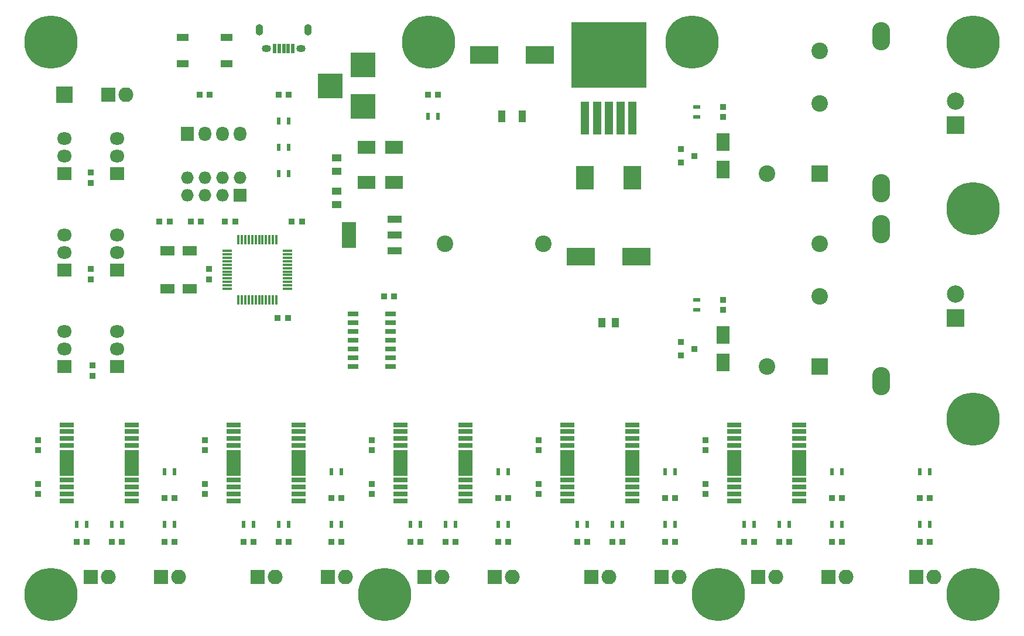
<source format=gbr>
%TF.GenerationSoftware,KiCad,Pcbnew,5.1.6*%
%TF.CreationDate,2020-10-05T22:52:03-04:00*%
%TF.ProjectId,flowerpower,666c6f77-6572-4706-9f77-65722e6b6963,rev?*%
%TF.SameCoordinates,Original*%
%TF.FileFunction,Soldermask,Top*%
%TF.FilePolarity,Negative*%
%FSLAX46Y46*%
G04 Gerber Fmt 4.6, Leading zero omitted, Abs format (unit mm)*
G04 Created by KiCad (PCBNEW 5.1.6) date 2020-10-05 22:52:03*
%MOMM*%
%LPD*%
G01*
G04 APERTURE LIST*
%ADD10O,1.827200X1.827200*%
%ADD11R,1.827200X1.827200*%
%ADD12R,0.600000X1.000000*%
%ADD13R,0.897560X0.897560*%
%ADD14R,2.500000X2.500000*%
%ADD15C,2.500000*%
%ADD16C,7.700000*%
%ADD17R,2.000000X1.400000*%
%ADD18O,1.827200X2.132000*%
%ADD19R,1.827200X2.132000*%
%ADD20R,0.900000X0.850000*%
%ADD21R,0.850000X0.900000*%
%ADD22R,1.350000X1.100000*%
%ADD23R,1.100000X1.350000*%
%ADD24R,2.132000X1.116000*%
%ADD25R,2.132000X3.757600*%
%ADD26R,2.100000X3.700000*%
%ADD27R,2.100000X0.700000*%
%ADD28R,0.350000X1.400000*%
%ADD29R,1.400000X0.350000*%
%ADD30R,1.600000X0.700000*%
%ADD31R,1.200000X4.700000*%
%ADD32R,10.900000X9.500000*%
%ADD33R,2.335200X2.335200*%
%ADD34R,1.800000X1.100000*%
%ADD35R,1.000000X0.600000*%
%ADD36R,0.900100X0.900100*%
%ADD37C,2.400000*%
%ADD38R,2.400000X2.400000*%
%ADD39O,2.132000X2.132000*%
%ADD40R,2.132000X2.132000*%
%ADD41O,2.132000X1.827200*%
%ADD42R,2.132000X1.827200*%
%ADD43O,1.100000X1.650000*%
%ADD44O,1.350000X1.050000*%
%ADD45R,0.500000X1.450000*%
%ADD46R,3.600120X3.600120*%
%ADD47O,2.599360X4.100500*%
%ADD48R,1.900860X2.599360*%
%ADD49R,2.599360X1.900860*%
%ADD50R,2.599360X3.399460*%
%ADD51R,1.100000X1.700000*%
%ADD52R,4.100500X2.500300*%
G04 APERTURE END LIST*
D10*
%TO.C,J3*%
X106680000Y-74295000D03*
X106680000Y-76835000D03*
X109220000Y-74295000D03*
X109220000Y-76835000D03*
X111760000Y-74295000D03*
X111760000Y-76835000D03*
X114300000Y-74295000D03*
D11*
X114300000Y-76835000D03*
%TD*%
D12*
%TO.C,R28*%
X119900000Y-73660000D03*
X121400000Y-73660000D03*
%TD*%
D13*
%TO.C,D26*%
X108470700Y-62230000D03*
X109969300Y-62230000D03*
%TD*%
D14*
%TO.C,J16*%
X217805000Y-94615000D03*
D15*
X217805000Y-91115000D03*
%TD*%
D14*
%TO.C,J15*%
X217805000Y-66675000D03*
D15*
X217805000Y-63175000D03*
%TD*%
D16*
%TO.C,REF\u002A\u002A*%
X86995000Y-54610000D03*
%TD*%
D17*
%TO.C,Y1*%
X107010000Y-84880000D03*
X107010000Y-90380000D03*
X103810000Y-90380000D03*
X103810000Y-84880000D03*
%TD*%
D18*
%TO.C,J6*%
X114300000Y-67945000D03*
X111760000Y-67945000D03*
X109220000Y-67945000D03*
D19*
X106680000Y-67945000D03*
%TD*%
D20*
%TO.C,C32*%
X123305000Y-80645000D03*
X121805000Y-80645000D03*
%TD*%
D21*
%TO.C,C31*%
X109855000Y-87515000D03*
X109855000Y-89015000D03*
%TD*%
D16*
%TO.C,REF\u002A\u002A*%
X179705000Y-54610000D03*
%TD*%
%TO.C,REF\u002A\u002A*%
X220345000Y-109220000D03*
%TD*%
D22*
%TO.C,C5*%
X128270000Y-76200000D03*
X128270000Y-78200000D03*
%TD*%
D23*
%TO.C,C3*%
X168640000Y-95250000D03*
X166640000Y-95250000D03*
%TD*%
D22*
%TO.C,C4*%
X128270000Y-73390000D03*
X128270000Y-71390000D03*
%TD*%
D16*
%TO.C,REF\u002A\u002A*%
X220345000Y-78740000D03*
%TD*%
%TO.C,REF\u002A\u002A*%
X183515000Y-134620000D03*
%TD*%
D21*
%TO.C,C19*%
X109220000Y-120130000D03*
X109220000Y-118630000D03*
%TD*%
%TO.C,C21*%
X133350000Y-113780000D03*
X133350000Y-112280000D03*
%TD*%
D16*
%TO.C,REF\u002A\u002A*%
X220345000Y-134620000D03*
%TD*%
%TO.C,REF\u002A\u002A*%
X135255000Y-134620000D03*
%TD*%
%TO.C,REF\u002A\u002A*%
X86995000Y-134620000D03*
%TD*%
%TO.C,REF\u002A\u002A*%
X141605000Y-54610000D03*
%TD*%
%TO.C,REF\u002A\u002A*%
X220345000Y-54610000D03*
%TD*%
D24*
%TO.C,U2*%
X136652000Y-84836000D03*
X136652000Y-80264000D03*
X136652000Y-82550000D03*
D25*
X130048000Y-82550000D03*
%TD*%
D26*
%TO.C,U9*%
X195200000Y-115570000D03*
X185800000Y-115570000D03*
D27*
X195200000Y-121070000D03*
X195200000Y-119070000D03*
X195200000Y-118070000D03*
X195200000Y-120070000D03*
X185800000Y-110070000D03*
X185800000Y-111070000D03*
X185800000Y-112070000D03*
X185800000Y-113070000D03*
X185800000Y-118070000D03*
X185800000Y-119070000D03*
X185800000Y-120070000D03*
X185800000Y-121070000D03*
X195200000Y-113070000D03*
X195200000Y-112070000D03*
X195200000Y-111070000D03*
X195200000Y-110070000D03*
%TD*%
D26*
%TO.C,U8*%
X171070000Y-115570000D03*
X161670000Y-115570000D03*
D27*
X171070000Y-121070000D03*
X171070000Y-119070000D03*
X171070000Y-118070000D03*
X171070000Y-120070000D03*
X161670000Y-110070000D03*
X161670000Y-111070000D03*
X161670000Y-112070000D03*
X161670000Y-113070000D03*
X161670000Y-118070000D03*
X161670000Y-119070000D03*
X161670000Y-120070000D03*
X161670000Y-121070000D03*
X171070000Y-113070000D03*
X171070000Y-112070000D03*
X171070000Y-111070000D03*
X171070000Y-110070000D03*
%TD*%
D26*
%TO.C,U7*%
X146940000Y-115570000D03*
X137540000Y-115570000D03*
D27*
X146940000Y-121070000D03*
X146940000Y-119070000D03*
X146940000Y-118070000D03*
X146940000Y-120070000D03*
X137540000Y-110070000D03*
X137540000Y-111070000D03*
X137540000Y-112070000D03*
X137540000Y-113070000D03*
X137540000Y-118070000D03*
X137540000Y-119070000D03*
X137540000Y-120070000D03*
X137540000Y-121070000D03*
X146940000Y-113070000D03*
X146940000Y-112070000D03*
X146940000Y-111070000D03*
X146940000Y-110070000D03*
%TD*%
D26*
%TO.C,U6*%
X122810000Y-115570000D03*
X113410000Y-115570000D03*
D27*
X122810000Y-121070000D03*
X122810000Y-119070000D03*
X122810000Y-118070000D03*
X122810000Y-120070000D03*
X113410000Y-110070000D03*
X113410000Y-111070000D03*
X113410000Y-112070000D03*
X113410000Y-113070000D03*
X113410000Y-118070000D03*
X113410000Y-119070000D03*
X113410000Y-120070000D03*
X113410000Y-121070000D03*
X122810000Y-113070000D03*
X122810000Y-112070000D03*
X122810000Y-111070000D03*
X122810000Y-110070000D03*
%TD*%
D26*
%TO.C,U5*%
X98680000Y-115570000D03*
X89280000Y-115570000D03*
D27*
X98680000Y-121070000D03*
X98680000Y-119070000D03*
X98680000Y-118070000D03*
X98680000Y-120070000D03*
X89280000Y-110070000D03*
X89280000Y-111070000D03*
X89280000Y-112070000D03*
X89280000Y-113070000D03*
X89280000Y-118070000D03*
X89280000Y-119070000D03*
X89280000Y-120070000D03*
X89280000Y-121070000D03*
X98680000Y-113070000D03*
X98680000Y-112070000D03*
X98680000Y-111070000D03*
X98680000Y-110070000D03*
%TD*%
D28*
%TO.C,U4*%
X114090000Y-83280000D03*
X114590000Y-83280000D03*
X115090000Y-83280000D03*
X115590000Y-83280000D03*
X116090000Y-83280000D03*
X116590000Y-83280000D03*
X117090000Y-83280000D03*
X117590000Y-83280000D03*
X118090000Y-83280000D03*
X118590000Y-83280000D03*
X119090000Y-83280000D03*
X119590000Y-83280000D03*
D29*
X121190000Y-84880000D03*
X121190000Y-85380000D03*
X121190000Y-85880000D03*
X121190000Y-86380000D03*
X121190000Y-86880000D03*
X121190000Y-87380000D03*
X121190000Y-87880000D03*
X121190000Y-88380000D03*
X121190000Y-88880000D03*
X121190000Y-89380000D03*
X121190000Y-89880000D03*
X121190000Y-90380000D03*
D28*
X119590000Y-91980000D03*
X119090000Y-91980000D03*
X118590000Y-91980000D03*
X118090000Y-91980000D03*
X117590000Y-91980000D03*
X117090000Y-91980000D03*
X116590000Y-91980000D03*
X116090000Y-91980000D03*
X115590000Y-91980000D03*
X115090000Y-91980000D03*
X114590000Y-91980000D03*
X114090000Y-91980000D03*
D29*
X112490000Y-90380000D03*
X112490000Y-89880000D03*
X112490000Y-89380000D03*
X112490000Y-88880000D03*
X112490000Y-88380000D03*
X112490000Y-87880000D03*
X112490000Y-87380000D03*
X112490000Y-86880000D03*
X112490000Y-86380000D03*
X112490000Y-85880000D03*
X112490000Y-85380000D03*
X112490000Y-84880000D03*
%TD*%
D30*
%TO.C,U3*%
X136050000Y-93980000D03*
X136050000Y-95250000D03*
X136050000Y-96520000D03*
X136050000Y-97790000D03*
X136050000Y-99060000D03*
X136050000Y-100330000D03*
X136050000Y-101600000D03*
X130650000Y-101600000D03*
X130650000Y-100330000D03*
X130650000Y-99060000D03*
X130650000Y-97790000D03*
X130650000Y-96520000D03*
X130650000Y-95250000D03*
X130650000Y-93980000D03*
%TD*%
D31*
%TO.C,U1*%
X171040000Y-65665000D03*
X169340000Y-65665000D03*
X165940000Y-65665000D03*
D32*
X167640000Y-56515000D03*
D31*
X167640000Y-65665000D03*
X164240000Y-65665000D03*
%TD*%
D33*
%TO.C,TP1*%
X88900000Y-62230000D03*
%TD*%
D34*
%TO.C,SW1*%
X112370000Y-57780000D03*
X106070000Y-57780000D03*
X112370000Y-53980000D03*
X106070000Y-53980000D03*
%TD*%
D12*
%TO.C,R27*%
X193790000Y-124460000D03*
X192290000Y-124460000D03*
%TD*%
%TO.C,R26*%
X188710000Y-124460000D03*
X187210000Y-124460000D03*
%TD*%
%TO.C,R25*%
X201410000Y-124460000D03*
X199910000Y-124460000D03*
%TD*%
%TO.C,R24*%
X201410000Y-116840000D03*
X199910000Y-116840000D03*
%TD*%
%TO.C,R23*%
X169660000Y-124460000D03*
X168160000Y-124460000D03*
%TD*%
%TO.C,R22*%
X164580000Y-124460000D03*
X163080000Y-124460000D03*
%TD*%
%TO.C,R21*%
X177280000Y-124460000D03*
X175780000Y-124460000D03*
%TD*%
%TO.C,R20*%
X177280000Y-116840000D03*
X175780000Y-116840000D03*
%TD*%
%TO.C,R19*%
X145530000Y-124460000D03*
X144030000Y-124460000D03*
%TD*%
%TO.C,R18*%
X140450000Y-124460000D03*
X138950000Y-124460000D03*
%TD*%
%TO.C,R17*%
X153150000Y-124460000D03*
X151650000Y-124460000D03*
%TD*%
%TO.C,R16*%
X153150000Y-116840000D03*
X151650000Y-116840000D03*
%TD*%
%TO.C,R15*%
X121400000Y-124460000D03*
X119900000Y-124460000D03*
%TD*%
%TO.C,R14*%
X116320000Y-124460000D03*
X114820000Y-124460000D03*
%TD*%
%TO.C,R13*%
X129020000Y-124460000D03*
X127520000Y-124460000D03*
%TD*%
%TO.C,R12*%
X127520000Y-116840000D03*
X129020000Y-116840000D03*
%TD*%
D35*
%TO.C,R11*%
X180340000Y-91960000D03*
X180340000Y-93460000D03*
%TD*%
%TO.C,R10*%
X180340000Y-64020000D03*
X180340000Y-65520000D03*
%TD*%
D12*
%TO.C,R9*%
X97270000Y-124460000D03*
X95770000Y-124460000D03*
%TD*%
%TO.C,R8*%
X92190000Y-124460000D03*
X90690000Y-124460000D03*
%TD*%
%TO.C,R7*%
X104890000Y-124460000D03*
X103390000Y-124460000D03*
%TD*%
%TO.C,R6*%
X103390000Y-116840000D03*
X104890000Y-116840000D03*
%TD*%
%TO.C,R5*%
X121400000Y-69850000D03*
X119900000Y-69850000D03*
%TD*%
%TO.C,R4*%
X214110000Y-124460000D03*
X212610000Y-124460000D03*
%TD*%
%TO.C,R3*%
X214110000Y-116840000D03*
X212610000Y-116840000D03*
%TD*%
%TO.C,R2*%
X121400000Y-66040000D03*
X119900000Y-66040000D03*
%TD*%
%TO.C,R1*%
X142990000Y-65405000D03*
X141490000Y-65405000D03*
%TD*%
D36*
%TO.C,Q2*%
X180068220Y-99060000D03*
X178069240Y-100010000D03*
X178069240Y-98110000D03*
%TD*%
%TO.C,Q1*%
X180068220Y-71120000D03*
X178069240Y-72070000D03*
X178069240Y-70170000D03*
%TD*%
D37*
%TO.C,L1*%
X143930000Y-83820000D03*
X158230000Y-83820000D03*
%TD*%
D38*
%TO.C,K2*%
X198120000Y-101600000D03*
D37*
X198120000Y-91440000D03*
X198120000Y-83820000D03*
X190500000Y-101600000D03*
%TD*%
D38*
%TO.C,K1*%
X198120000Y-73660000D03*
D37*
X198120000Y-63500000D03*
X198120000Y-55880000D03*
X190500000Y-73660000D03*
%TD*%
D39*
%TO.C,J24*%
X191770000Y-132080000D03*
D40*
X189230000Y-132080000D03*
%TD*%
D39*
%TO.C,J23*%
X201930000Y-132080000D03*
D40*
X199390000Y-132080000D03*
%TD*%
D39*
%TO.C,J22*%
X167640000Y-132080000D03*
D40*
X165100000Y-132080000D03*
%TD*%
D39*
%TO.C,J21*%
X177800000Y-132080000D03*
D40*
X175260000Y-132080000D03*
%TD*%
D39*
%TO.C,J20*%
X143510000Y-132080000D03*
D40*
X140970000Y-132080000D03*
%TD*%
D39*
%TO.C,J19*%
X153670000Y-132080000D03*
D40*
X151130000Y-132080000D03*
%TD*%
D39*
%TO.C,J18*%
X119380000Y-132080000D03*
D40*
X116840000Y-132080000D03*
%TD*%
D39*
%TO.C,J17*%
X129540000Y-132080000D03*
D40*
X127000000Y-132080000D03*
%TD*%
D41*
%TO.C,J14*%
X88900000Y-96520000D03*
X88900000Y-99060000D03*
D42*
X88900000Y-101600000D03*
%TD*%
D41*
%TO.C,J13*%
X96520000Y-96520000D03*
X96520000Y-99060000D03*
D42*
X96520000Y-101600000D03*
%TD*%
D41*
%TO.C,J12*%
X88900000Y-82550000D03*
X88900000Y-85090000D03*
D42*
X88900000Y-87630000D03*
%TD*%
D41*
%TO.C,J11*%
X96520000Y-82550000D03*
X96520000Y-85090000D03*
D42*
X96520000Y-87630000D03*
%TD*%
D41*
%TO.C,J10*%
X88900000Y-68580000D03*
X88900000Y-71120000D03*
D42*
X88900000Y-73660000D03*
%TD*%
D41*
%TO.C,J9*%
X96520000Y-68580000D03*
X96520000Y-71120000D03*
D42*
X96520000Y-73660000D03*
%TD*%
D39*
%TO.C,J8*%
X95250000Y-132080000D03*
D40*
X92710000Y-132080000D03*
%TD*%
D39*
%TO.C,J7*%
X105410000Y-132080000D03*
D40*
X102870000Y-132080000D03*
%TD*%
D39*
%TO.C,J5*%
X214630000Y-132080000D03*
D40*
X212090000Y-132080000D03*
%TD*%
D43*
%TO.C,J4*%
X117150900Y-52837540D03*
X124150900Y-52837540D03*
D44*
X118150900Y-55537540D03*
X123150900Y-55537540D03*
D45*
X119350900Y-55537540D03*
X120000900Y-55537540D03*
X120650900Y-55537540D03*
X121300900Y-55537540D03*
X121950900Y-55537540D03*
%TD*%
D39*
%TO.C,J2*%
X97790000Y-62230000D03*
D40*
X95250000Y-62230000D03*
%TD*%
D46*
%TO.C,J1*%
X132080000Y-63985140D03*
X132080000Y-57985660D03*
X127381000Y-60985400D03*
%TD*%
D47*
%TO.C,F2*%
X207010000Y-81709260D03*
X207010000Y-103710740D03*
%TD*%
%TO.C,F1*%
X207010000Y-53769260D03*
X207010000Y-75770740D03*
%TD*%
D13*
%TO.C,D25*%
X193789300Y-127000000D03*
X192290700Y-127000000D03*
%TD*%
%TO.C,D24*%
X188709300Y-127000000D03*
X187210700Y-127000000D03*
%TD*%
%TO.C,D23*%
X201409300Y-127000000D03*
X199910700Y-127000000D03*
%TD*%
%TO.C,D22*%
X169659300Y-127000000D03*
X168160700Y-127000000D03*
%TD*%
%TO.C,D21*%
X164579300Y-127000000D03*
X163080700Y-127000000D03*
%TD*%
%TO.C,D20*%
X177279300Y-127000000D03*
X175780700Y-127000000D03*
%TD*%
%TO.C,D19*%
X145529300Y-127000000D03*
X144030700Y-127000000D03*
%TD*%
%TO.C,D18*%
X140449300Y-127000000D03*
X138950700Y-127000000D03*
%TD*%
%TO.C,D17*%
X153149300Y-127000000D03*
X151650700Y-127000000D03*
%TD*%
%TO.C,D16*%
X121399300Y-127000000D03*
X119900700Y-127000000D03*
%TD*%
%TO.C,D15*%
X116319300Y-127000000D03*
X114820700Y-127000000D03*
%TD*%
%TO.C,D14*%
X129019300Y-127000000D03*
X127520700Y-127000000D03*
%TD*%
%TO.C,D13*%
X184150000Y-93459300D03*
X184150000Y-91960700D03*
%TD*%
D48*
%TO.C,D12*%
X184150000Y-101058980D03*
X184150000Y-97061020D03*
%TD*%
D13*
%TO.C,D11*%
X184150000Y-65519300D03*
X184150000Y-64020700D03*
%TD*%
D48*
%TO.C,D10*%
X184150000Y-73118980D03*
X184150000Y-69121020D03*
%TD*%
D13*
%TO.C,D9*%
X97269300Y-127000000D03*
X95770700Y-127000000D03*
%TD*%
%TO.C,D8*%
X92189300Y-127000000D03*
X90690700Y-127000000D03*
%TD*%
%TO.C,D7*%
X104889300Y-127000000D03*
X103390700Y-127000000D03*
%TD*%
%TO.C,D6*%
X214109300Y-127000000D03*
X212610700Y-127000000D03*
%TD*%
D49*
%TO.C,D5*%
X132621020Y-69850000D03*
X136618980Y-69850000D03*
%TD*%
%TO.C,D4*%
X136618980Y-74930000D03*
X132621020Y-74930000D03*
%TD*%
D13*
%TO.C,D3*%
X119900700Y-62230000D03*
X121399300Y-62230000D03*
%TD*%
%TO.C,D2*%
X141490700Y-62230000D03*
X142989300Y-62230000D03*
%TD*%
D50*
%TO.C,D1*%
X171041060Y-74295000D03*
X164238940Y-74295000D03*
%TD*%
D51*
%TO.C,C30*%
X155170000Y-65405000D03*
X152170000Y-65405000D03*
%TD*%
D20*
%TO.C,C29*%
X135140000Y-91440000D03*
X136640000Y-91440000D03*
%TD*%
D21*
%TO.C,C28*%
X181610000Y-120130000D03*
X181610000Y-118630000D03*
%TD*%
%TO.C,C27*%
X181610000Y-113780000D03*
X181610000Y-112280000D03*
%TD*%
D20*
%TO.C,C26*%
X199910000Y-120650000D03*
X201410000Y-120650000D03*
%TD*%
D21*
%TO.C,C25*%
X157480000Y-120130000D03*
X157480000Y-118630000D03*
%TD*%
%TO.C,C24*%
X157480000Y-113780000D03*
X157480000Y-112280000D03*
%TD*%
D20*
%TO.C,C23*%
X175780000Y-120650000D03*
X177280000Y-120650000D03*
%TD*%
D21*
%TO.C,C22*%
X133350000Y-120130000D03*
X133350000Y-118630000D03*
%TD*%
D20*
%TO.C,C20*%
X151650000Y-120650000D03*
X153150000Y-120650000D03*
%TD*%
D21*
%TO.C,C18*%
X109220000Y-113780000D03*
X109220000Y-112280000D03*
%TD*%
D20*
%TO.C,C17*%
X129020000Y-120650000D03*
X127520000Y-120650000D03*
%TD*%
D21*
%TO.C,C16*%
X92964000Y-102985000D03*
X92964000Y-101485000D03*
%TD*%
%TO.C,C15*%
X92710000Y-89015000D03*
X92710000Y-87515000D03*
%TD*%
%TO.C,C14*%
X92710000Y-75045000D03*
X92710000Y-73545000D03*
%TD*%
%TO.C,C13*%
X85090000Y-120130000D03*
X85090000Y-118630000D03*
%TD*%
%TO.C,C12*%
X85090000Y-113780000D03*
X85090000Y-112280000D03*
%TD*%
D20*
%TO.C,C11*%
X104890000Y-120650000D03*
X103390000Y-120650000D03*
%TD*%
%TO.C,C10*%
X113665000Y-80645000D03*
X112165000Y-80645000D03*
%TD*%
%TO.C,C9*%
X119785000Y-94615000D03*
X121285000Y-94615000D03*
%TD*%
%TO.C,C8*%
X108700000Y-80645000D03*
X107200000Y-80645000D03*
%TD*%
%TO.C,C7*%
X102640000Y-80645000D03*
X104140000Y-80645000D03*
%TD*%
%TO.C,C6*%
X212610000Y-120650000D03*
X214110000Y-120650000D03*
%TD*%
D52*
%TO.C,C2*%
X171640500Y-85725000D03*
X163639500Y-85725000D03*
%TD*%
%TO.C,C1*%
X157670500Y-56515000D03*
X149669500Y-56515000D03*
%TD*%
M02*

</source>
